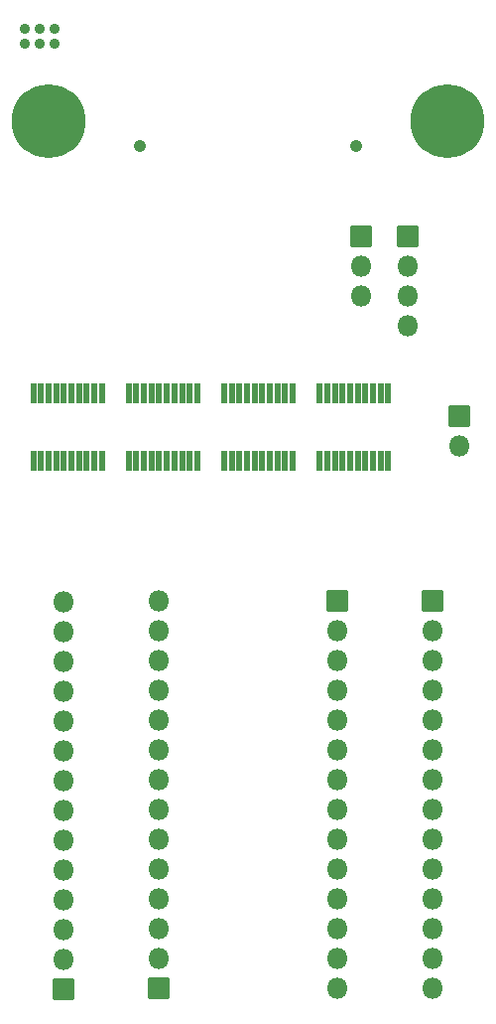
<source format=gbr>
%TF.GenerationSoftware,KiCad,Pcbnew,7.0.1*%
%TF.CreationDate,2023-09-03T17:39:20-04:00*%
%TF.ProjectId,syzygy-breakout-flash-LVL,73797a79-6779-42d6-9272-65616b6f7574,r1.0*%
%TF.SameCoordinates,PX66851e0PY4d70380*%
%TF.FileFunction,Soldermask,Top*%
%TF.FilePolarity,Negative*%
%FSLAX46Y46*%
G04 Gerber Fmt 4.6, Leading zero omitted, Abs format (unit mm)*
G04 Created by KiCad (PCBNEW 7.0.1) date 2023-09-03 17:39:20*
%MOMM*%
%LPD*%
G01*
G04 APERTURE LIST*
G04 Aperture macros list*
%AMRoundRect*
0 Rectangle with rounded corners*
0 $1 Rounding radius*
0 $2 $3 $4 $5 $6 $7 $8 $9 X,Y pos of 4 corners*
0 Add a 4 corners polygon primitive as box body*
4,1,4,$2,$3,$4,$5,$6,$7,$8,$9,$2,$3,0*
0 Add four circle primitives for the rounded corners*
1,1,$1+$1,$2,$3*
1,1,$1+$1,$4,$5*
1,1,$1+$1,$6,$7*
1,1,$1+$1,$8,$9*
0 Add four rect primitives between the rounded corners*
20,1,$1+$1,$2,$3,$4,$5,0*
20,1,$1+$1,$4,$5,$6,$7,0*
20,1,$1+$1,$6,$7,$8,$9,0*
20,1,$1+$1,$8,$9,$2,$3,0*%
G04 Aperture macros list end*
%ADD10RoundRect,0.071300X-0.184500X0.764500X-0.184500X-0.764500X0.184500X-0.764500X0.184500X0.764500X0*%
%ADD11RoundRect,0.050800X-0.850000X-0.850000X0.850000X-0.850000X0.850000X0.850000X-0.850000X0.850000X0*%
%ADD12O,1.801600X1.801600*%
%ADD13RoundRect,0.050800X0.850000X0.850000X-0.850000X0.850000X-0.850000X-0.850000X0.850000X-0.850000X0*%
%ADD14C,0.886460*%
%ADD15C,6.301600*%
%ADD16C,1.051600*%
G04 APERTURE END LIST*
D10*
X26295600Y-32502000D03*
X25645600Y-32502000D03*
X24995600Y-32502000D03*
X24345600Y-32502000D03*
X23695600Y-32502000D03*
X23045600Y-32502000D03*
X22395600Y-32502000D03*
X21745600Y-32502000D03*
X21095600Y-32502000D03*
X20445600Y-32502000D03*
X20445600Y-38242000D03*
X21095600Y-38242000D03*
X21745600Y-38242000D03*
X22395600Y-38242000D03*
X23045600Y-38242000D03*
X23695600Y-38242000D03*
X24345600Y-38242000D03*
X24995600Y-38242000D03*
X25645600Y-38242000D03*
X26295600Y-38242000D03*
D11*
X40534000Y-34427000D03*
D12*
X40534000Y-36967000D03*
D10*
X34464600Y-32489500D03*
X33814600Y-32489500D03*
X33164600Y-32489500D03*
X32514600Y-32489500D03*
X31864600Y-32489500D03*
X31214600Y-32489500D03*
X30564600Y-32489500D03*
X29914600Y-32489500D03*
X29264600Y-32489500D03*
X28614600Y-32489500D03*
X28614600Y-38229500D03*
X29264600Y-38229500D03*
X29914600Y-38229500D03*
X30564600Y-38229500D03*
X31214600Y-38229500D03*
X31864600Y-38229500D03*
X32514600Y-38229500D03*
X33164600Y-38229500D03*
X33814600Y-38229500D03*
X34464600Y-38229500D03*
D11*
X30120000Y-50180000D03*
D12*
X30120000Y-52720000D03*
X30120000Y-55260000D03*
X30120000Y-57800000D03*
X30120000Y-60340000D03*
X30120000Y-62880000D03*
X30120000Y-65420000D03*
X30120000Y-67960000D03*
X30120000Y-70500000D03*
X30120000Y-73040000D03*
X30120000Y-75580000D03*
X30120000Y-78120000D03*
X30120000Y-80660000D03*
X30120000Y-83200000D03*
D11*
X36089000Y-19130000D03*
D12*
X36089000Y-21670000D03*
X36089000Y-24210000D03*
X36089000Y-26750000D03*
D11*
X32159300Y-19102400D03*
D12*
X32159300Y-21642400D03*
X32159300Y-24182400D03*
D10*
X10011200Y-32502000D03*
X9361200Y-32502000D03*
X8711200Y-32502000D03*
X8061200Y-32502000D03*
X7411200Y-32502000D03*
X6761200Y-32502000D03*
X6111200Y-32502000D03*
X5461200Y-32502000D03*
X4811200Y-32502000D03*
X4161200Y-32502000D03*
X4161200Y-38242000D03*
X4811200Y-38242000D03*
X5461200Y-38242000D03*
X6111200Y-38242000D03*
X6761200Y-38242000D03*
X7411200Y-38242000D03*
X8061200Y-38242000D03*
X8711200Y-38242000D03*
X9361200Y-38242000D03*
X10011200Y-38242000D03*
D13*
X14877200Y-83200000D03*
D12*
X14877200Y-80660000D03*
X14877200Y-78120000D03*
X14877200Y-75580000D03*
X14877200Y-73040000D03*
X14877200Y-70500000D03*
X14877200Y-67960000D03*
X14877200Y-65420000D03*
X14877200Y-62880000D03*
X14877200Y-60340000D03*
X14877200Y-57800000D03*
X14877200Y-55260000D03*
X14877200Y-52720000D03*
X14877200Y-50180000D03*
D11*
X38248000Y-50180000D03*
D12*
X38248000Y-52720000D03*
X38248000Y-55260000D03*
X38248000Y-57800000D03*
X38248000Y-60340000D03*
X38248000Y-62880000D03*
X38248000Y-65420000D03*
X38248000Y-67960000D03*
X38248000Y-70500000D03*
X38248000Y-73040000D03*
X38248000Y-75580000D03*
X38248000Y-78120000D03*
X38248000Y-80660000D03*
X38248000Y-83200000D03*
D13*
X6749200Y-83290400D03*
D12*
X6749200Y-80750400D03*
X6749200Y-78210400D03*
X6749200Y-75670400D03*
X6749200Y-73130400D03*
X6749200Y-70590400D03*
X6749200Y-68050400D03*
X6749200Y-65510400D03*
X6749200Y-62970400D03*
X6749200Y-60430400D03*
X6749200Y-57890400D03*
X6749200Y-55350400D03*
X6749200Y-52810400D03*
X6749200Y-50270400D03*
D14*
X5987200Y-1477000D03*
X5987200Y-2747000D03*
X4717200Y-1477000D03*
X4717200Y-2747000D03*
X3447200Y-1477000D03*
X3447200Y-2747000D03*
D10*
X18161200Y-32502000D03*
X17511200Y-32502000D03*
X16861200Y-32502000D03*
X16211200Y-32502000D03*
X15561200Y-32502000D03*
X14911200Y-32502000D03*
X14261200Y-32502000D03*
X13611200Y-32502000D03*
X12961200Y-32502000D03*
X12311200Y-32502000D03*
X12311200Y-38242000D03*
X12961200Y-38242000D03*
X13611200Y-38242000D03*
X14261200Y-38242000D03*
X14911200Y-38242000D03*
X15561200Y-38242000D03*
X16211200Y-38242000D03*
X16861200Y-38242000D03*
X17511200Y-38242000D03*
X18161200Y-38242000D03*
D15*
X39482000Y-9286000D03*
D16*
X31722000Y-11436000D03*
X13242000Y-11436000D03*
D15*
X5482000Y-9286000D03*
M02*

</source>
